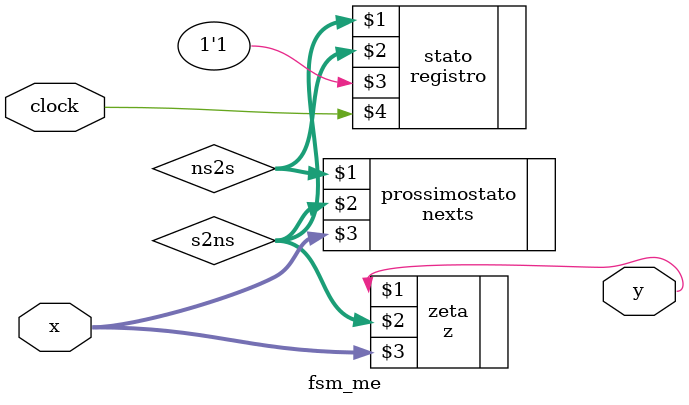
<source format=v>
module fsm_me(output y, input [1:0]x, input clock);

   // wire necessari a connettere i componenti
   // uscita della rete combinatoria che calcola il nuovo stato
   wire [1:0] ns2s;
   // uscita del registro di stato 
   wire [1:0] s2ns;

   // il registro di stato (enable sempre a 1: ogni ciclo di clock scrive)
   registro #(2) stato(s2ns,ns2s,1'b1,clock);

   // rete combinatoria che calcola il valore del prossimo stato a partire
   // dallo stato corrente e dagli ingressi (RETE DI MEALY)
   nexts prossimostato(ns2s,s2ns,x);
   // rete combinatoria che calcola l'uscita a partire
   // dallo stato corrente e dagli ingressi (RETE DI MEALY)
   z zeta(y, s2ns, x);
   
endmodule


</source>
